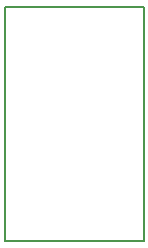
<source format=gm1>
G04 MADE WITH FRITZING*
G04 WWW.FRITZING.ORG*
G04 DOUBLE SIDED*
G04 HOLES PLATED*
G04 CONTOUR ON CENTER OF CONTOUR VECTOR*
%ASAXBY*%
%FSLAX23Y23*%
%MOIN*%
%OFA0B0*%
%SFA1.0B1.0*%
%ADD10R,0.472441X0.787402*%
%ADD11C,0.008000*%
%ADD10C,0.008*%
%LNCONTOUR*%
G90*
G70*
G54D10*
G54D11*
X4Y783D02*
X468Y783D01*
X468Y4D01*
X4Y4D01*
X4Y783D01*
D02*
G04 End of contour*
M02*
</source>
